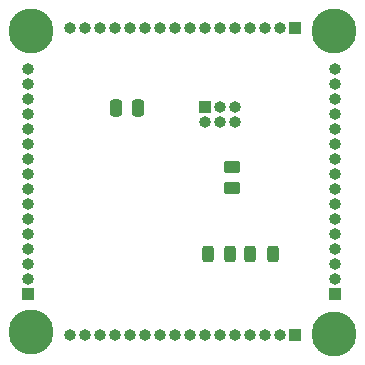
<source format=gbr>
%TF.GenerationSoftware,KiCad,Pcbnew,7.0.11-7.0.11~ubuntu20.04.1*%
%TF.CreationDate,2024-05-21T12:38:46+01:00*%
%TF.ProjectId,crosspoint-switches,63726f73-7370-46f6-996e-742d73776974,rev?*%
%TF.SameCoordinates,Original*%
%TF.FileFunction,Soldermask,Bot*%
%TF.FilePolarity,Negative*%
%FSLAX46Y46*%
G04 Gerber Fmt 4.6, Leading zero omitted, Abs format (unit mm)*
G04 Created by KiCad (PCBNEW 7.0.11-7.0.11~ubuntu20.04.1) date 2024-05-21 12:38:46*
%MOMM*%
%LPD*%
G01*
G04 APERTURE LIST*
G04 Aperture macros list*
%AMRoundRect*
0 Rectangle with rounded corners*
0 $1 Rounding radius*
0 $2 $3 $4 $5 $6 $7 $8 $9 X,Y pos of 4 corners*
0 Add a 4 corners polygon primitive as box body*
4,1,4,$2,$3,$4,$5,$6,$7,$8,$9,$2,$3,0*
0 Add four circle primitives for the rounded corners*
1,1,$1+$1,$2,$3*
1,1,$1+$1,$4,$5*
1,1,$1+$1,$6,$7*
1,1,$1+$1,$8,$9*
0 Add four rect primitives between the rounded corners*
20,1,$1+$1,$2,$3,$4,$5,0*
20,1,$1+$1,$4,$5,$6,$7,0*
20,1,$1+$1,$6,$7,$8,$9,0*
20,1,$1+$1,$8,$9,$2,$3,0*%
G04 Aperture macros list end*
%ADD10R,1.000000X1.000000*%
%ADD11O,1.000000X1.000000*%
%ADD12C,3.800000*%
%ADD13RoundRect,0.243750X-0.243750X-0.456250X0.243750X-0.456250X0.243750X0.456250X-0.243750X0.456250X0*%
%ADD14RoundRect,0.250000X0.450000X-0.262500X0.450000X0.262500X-0.450000X0.262500X-0.450000X-0.262500X0*%
%ADD15RoundRect,0.243750X0.243750X0.456250X-0.243750X0.456250X-0.243750X-0.456250X0.243750X-0.456250X0*%
%ADD16RoundRect,0.250000X-0.250000X-0.475000X0.250000X-0.475000X0.250000X0.475000X-0.250000X0.475000X0*%
G04 APERTURE END LIST*
D10*
%TO.C,J4*%
X76550000Y-83500000D03*
D11*
X75280000Y-83500000D03*
X74010000Y-83500000D03*
X72740000Y-83500000D03*
X71470000Y-83500000D03*
X70200000Y-83500000D03*
X68930000Y-83500000D03*
X67660000Y-83500000D03*
X66390000Y-83500000D03*
X65120000Y-83500000D03*
X63850000Y-83500000D03*
X62580000Y-83500000D03*
X61310000Y-83500000D03*
X60040000Y-83500000D03*
X58770000Y-83500000D03*
X57500000Y-83500000D03*
%TD*%
D12*
%TO.C,H4*%
X54250000Y-83250000D03*
%TD*%
%TO.C,H3*%
X79875000Y-83375000D03*
%TD*%
D10*
%TO.C,J3*%
X80000000Y-80000000D03*
D11*
X80000000Y-78730000D03*
X80000000Y-77460000D03*
X80000000Y-76190000D03*
X80000000Y-74920000D03*
X80000000Y-73650000D03*
X80000000Y-72380000D03*
X80000000Y-71110000D03*
X80000000Y-69840000D03*
X80000000Y-68570000D03*
X80000000Y-67300000D03*
X80000000Y-66030000D03*
X80000000Y-64760000D03*
X80000000Y-63490000D03*
X80000000Y-62220000D03*
X80000000Y-60950000D03*
%TD*%
D12*
%TO.C,H1*%
X79875000Y-57750000D03*
%TD*%
D10*
%TO.C,J5*%
X76550000Y-57500000D03*
D11*
X75280000Y-57500000D03*
X74010000Y-57500000D03*
X72740000Y-57500000D03*
X71470000Y-57500000D03*
X70200000Y-57500000D03*
X68930000Y-57500000D03*
X67660000Y-57500000D03*
X66390000Y-57500000D03*
X65120000Y-57500000D03*
X63850000Y-57500000D03*
X62580000Y-57500000D03*
X61310000Y-57500000D03*
X60040000Y-57500000D03*
X58770000Y-57500000D03*
X57500000Y-57500000D03*
%TD*%
D10*
%TO.C,J6*%
X69000000Y-64125000D03*
D11*
X69000000Y-65395000D03*
X70270000Y-64125000D03*
X70270000Y-65395000D03*
X71540000Y-64125000D03*
X71540000Y-65395000D03*
%TD*%
D12*
%TO.C,H2*%
X54250000Y-57750000D03*
%TD*%
D10*
%TO.C,J2*%
X54000000Y-80000000D03*
D11*
X54000000Y-78730000D03*
X54000000Y-77460000D03*
X54000000Y-76190000D03*
X54000000Y-74920000D03*
X54000000Y-73650000D03*
X54000000Y-72380000D03*
X54000000Y-71110000D03*
X54000000Y-69840000D03*
X54000000Y-68570000D03*
X54000000Y-67300000D03*
X54000000Y-66030000D03*
X54000000Y-64760000D03*
X54000000Y-63490000D03*
X54000000Y-62220000D03*
X54000000Y-60950000D03*
%TD*%
D13*
%TO.C,D2*%
X69187500Y-76625000D03*
X71062500Y-76625000D03*
%TD*%
D14*
%TO.C,R2*%
X71250000Y-71037500D03*
X71250000Y-69212500D03*
%TD*%
D15*
%TO.C,D3*%
X74687500Y-76625000D03*
X72812500Y-76625000D03*
%TD*%
D16*
%TO.C,C3*%
X61425000Y-64250000D03*
X63325000Y-64250000D03*
%TD*%
M02*

</source>
